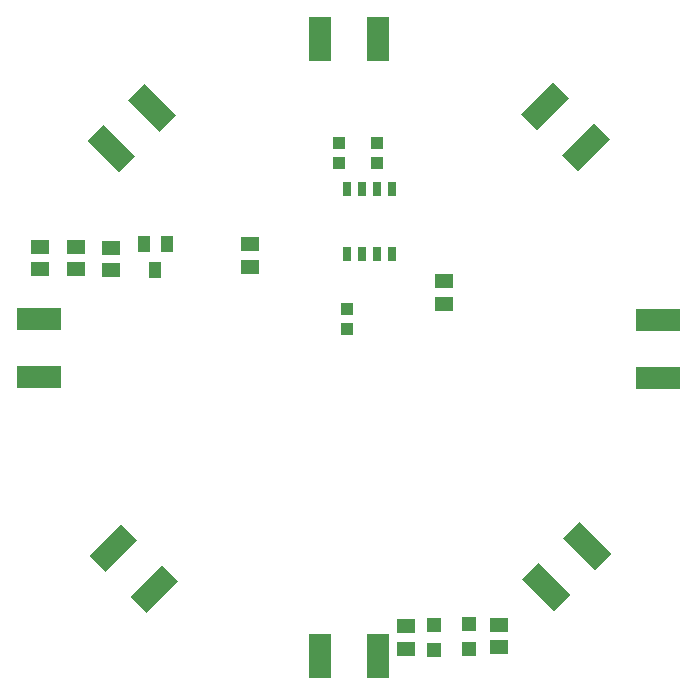
<source format=gbr>
G04 EAGLE Gerber RS-274X export*
G75*
%MOMM*%
%FSLAX34Y34*%
%LPD*%
%INSolderpaste Top*%
%IPPOS*%
%AMOC8*
5,1,8,0,0,1.08239X$1,22.5*%
G01*
%ADD10R,1.930400X3.810000*%
%ADD11R,3.810000X1.930400*%
%ADD12R,1.500000X1.300000*%
%ADD13R,0.700000X1.300000*%
%ADD14R,1.100000X1.000000*%
%ADD15R,1.000000X1.100000*%
%ADD16R,1.200000X1.200000*%
%ADD17R,1.000000X1.400000*%


D10*
X96765Y556736D03*
X145787Y556736D03*
D11*
G36*
X266614Y493059D02*
X293554Y519999D01*
X307204Y506349D01*
X280264Y479409D01*
X266614Y493059D01*
G37*
G36*
X301278Y458396D02*
X328218Y485336D01*
X341868Y471686D01*
X314928Y444746D01*
X301278Y458396D01*
G37*
X382884Y318460D03*
X382884Y269438D03*
G36*
X316125Y147561D02*
X343065Y120621D01*
X329415Y106971D01*
X302475Y133911D01*
X316125Y147561D01*
G37*
G36*
X281462Y112897D02*
X308402Y85957D01*
X294752Y72307D01*
X267812Y99247D01*
X281462Y112897D01*
G37*
D10*
X145218Y34449D03*
X96196Y34449D03*
D11*
G36*
X-23520Y97779D02*
X-50460Y70839D01*
X-64110Y84489D01*
X-37170Y111429D01*
X-23520Y97779D01*
G37*
G36*
X-58184Y132443D02*
X-85124Y105503D01*
X-98774Y119153D01*
X-71834Y146093D01*
X-58184Y132443D01*
G37*
X-141441Y270707D03*
X-141441Y319729D03*
G36*
X-74035Y443771D02*
X-100975Y470711D01*
X-87325Y484361D01*
X-60385Y457421D01*
X-74035Y443771D01*
G37*
G36*
X-39371Y478435D02*
X-66311Y505375D01*
X-52661Y519025D01*
X-25721Y492085D01*
X-39371Y478435D01*
G37*
D12*
X37457Y383056D03*
X37457Y364056D03*
X-80420Y361060D03*
X-80420Y380060D03*
X-110270Y380770D03*
X-110270Y361770D03*
X-140380Y380670D03*
X-140380Y361670D03*
D13*
X144850Y374500D03*
X157550Y374500D03*
X132150Y374500D03*
X119450Y374500D03*
X144850Y429500D03*
X157550Y429500D03*
X132150Y429500D03*
X119450Y429500D03*
D12*
X169028Y59486D03*
X169028Y40486D03*
X247900Y60800D03*
X247900Y41800D03*
D14*
X144500Y469000D03*
X144500Y452000D03*
D15*
X119000Y328000D03*
X119000Y311000D03*
X112500Y452000D03*
X112500Y469000D03*
D16*
X192711Y39768D03*
X192711Y60768D03*
X222800Y40100D03*
X222800Y61100D03*
D17*
X-43000Y361000D03*
X-52500Y383000D03*
X-33500Y383000D03*
D12*
X201700Y351800D03*
X201700Y332800D03*
M02*

</source>
